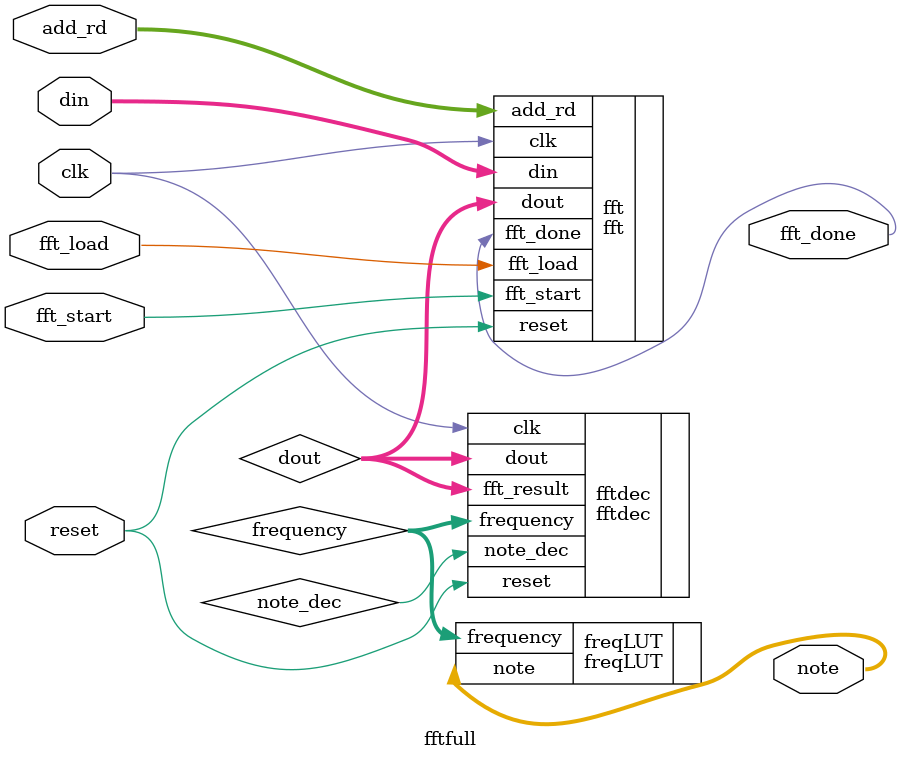
<source format=sv>

module fftfull #(parameter BIT_WIDTH = 16, N = 9, FFT_SIZE = 512, FS = 48000)
                (input logic clk, reset,
				 input logic fft_load, fft_start,
				 input logic [BIT_WIDTH - 1:0] din,
                 input logic [N - 1:0] add_rd,
                 output logic [7:0] note,
				  output logic fft_done);
				 
// fft logic
logic [2*BIT_WIDTH - 1:0] dout;

// fftdec logic
logic [BIT_WIDTH:0] frequency;
logic note_dec;

fft #(.BIT_WIDTH(BIT_WIDTH), .N(N))
    fft(.clk(clk),
        .reset(reset),
        .fft_start(fft_start),
        .fft_load(fft_load),
        .add_rd(add_rd),
        .din(din),
        .dout(dout),
        .fft_done(fft_done));

fftdec #(.BIT_WIDTH(BIT_WIDTH), .N(N), .FFT_SIZE(FFT_SIZE), .FS(FS))
    fftdec(.clk(clk),
           .reset(reset),
           .dout(dout),
           .fft_result(dout),
           .frequency(frequency),
           .note_dec(note_dec));

freqLUT #(.BIT_WIDTH(BIT_WIDTH))
    freqLUT(.frequency(frequency),
            .note(note));

endmodule
</source>
